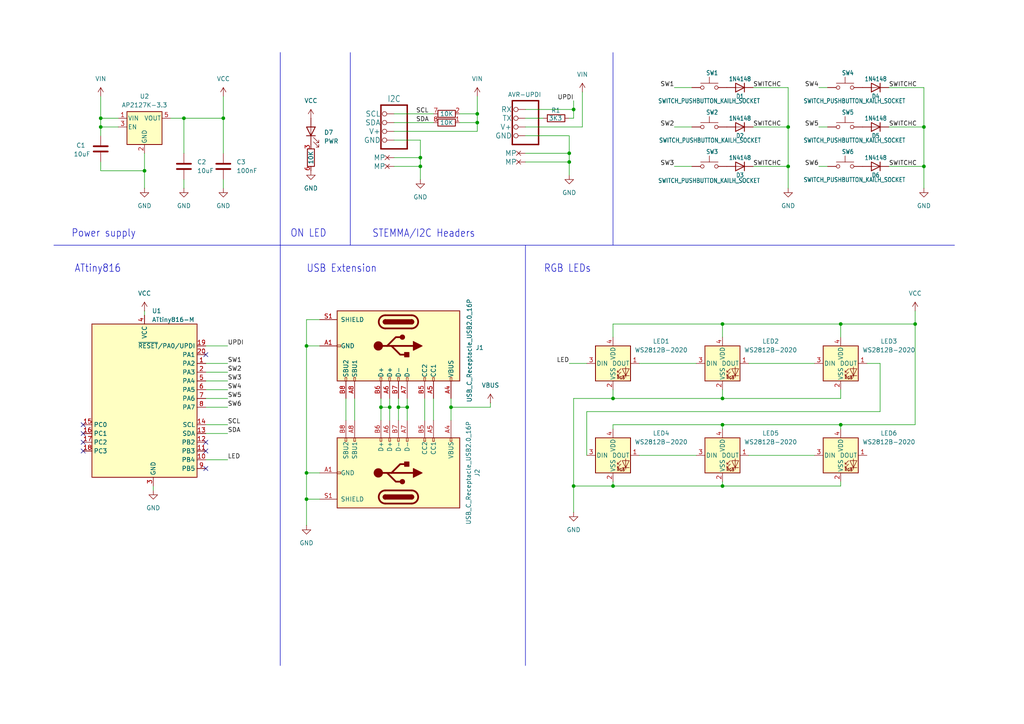
<source format=kicad_sch>
(kicad_sch (version 20250114) (generator "eeschema") (generator_version "9.0")
  (paper "A4")
  (lib_symbols
    (symbol "Device:C" (pin_numbers (hide yes)) (pin_names (offset 0.254))
      (property "Reference" "C" (at 0.635 2.54 0))
      (property "Value" "C" (at 0.635 -2.54 0))
      (symbol "C_0_1"
        (polyline (pts (xy -2.032 0.762) (xy 2.032 0.762)) (stroke (width 0.508)))
        (polyline (pts (xy -2.032 -0.762) (xy 2.032 -0.762)) (stroke (width 0.508)))
      )
      (symbol "C_1_1"
        (pin passive line (at 0 3.81 270) (length 2.794) (name "~") (number "1"))
        (pin passive line (at 0 -3.81 90) (length 2.794) (name "~") (number "2"))
      )
    )
    (symbol "Device:LED" (pin_numbers (hide yes)) (pin_names (offset 1.016) (hide yes))
      (property "Reference" "D" (at 0 2.54 0))
      (property "Value" "LED" (at 0 -2.54 0))
      (symbol "LED_0_1"
        (polyline (pts (xy -3.048 -0.762) (xy -4.572 -2.286) (xy -3.81 -2.286) (xy -4.572 -2.286) (xy -4.572 -1.524)))
        (polyline (pts (xy -1.778 -0.762) (xy -3.302 -2.286) (xy -2.54 -2.286) (xy -3.302 -2.286) (xy -3.302 -1.524)))
        (polyline (pts (xy -1.27 0) (xy 1.27 0)))
        (polyline (pts (xy -1.27 -1.27) (xy -1.27 1.27)) (stroke (width 0.254)))
        (polyline (pts (xy 1.27 -1.27) (xy 1.27 1.27) (xy -1.27 0) (xy 1.27 -1.27)) (stroke (width 0.254)))
      )
      (symbol "LED_1_1"
        (pin passive line (at -3.81 0 0) (length 2.54) (name "K") (number "1"))
        (pin passive line (at 3.81 0 180) (length 2.54) (name "A") (number "2"))
      )
    )
    (symbol "Device:R" (pin_numbers (hide yes)) (pin_names (offset 0))
      (property "Reference" "R" (at 2.032 0 90))
      (property "Value" "R" (at 0 0 90))
      (symbol "R_0_1"
        (rectangle (start -1.016 -2.54) (end 1.016 2.54) (stroke (width 0.254)))
      )
      (symbol "R_1_1"
        (pin passive line (at 0 3.81 270) (length 1.27) (name "~") (number "1"))
        (pin passive line (at 0 -3.81 90) (length 1.27) (name "~") (number "2"))
      )
    )
    (symbol "Device:R_Pack04_Split" (pin_names (offset 0) (hide yes))
      (property "Reference" "RN" (at 2.032 0 90))
      (property "Value" "R_Pack04_Split" (at 0 0 90))
      (symbol "R_Pack04_Split_0_1"
        (rectangle (start 1.016 2.54) (end -1.016 -2.54) (stroke (width 0.254)))
      )
      (symbol "R_Pack04_Split_1_1"
        (pin passive line (at 0 3.81 270) (length 1.27) (name "R1.2") (number "8"))
        (pin passive line (at 0 -3.81 90) (length 1.27) (name "R1.1") (number "1"))
      )
      (symbol "R_Pack04_Split_2_1"
        (pin passive line (at 0 3.81 270) (length 1.27) (name "R2.2") (number "7"))
        (pin passive line (at 0 -3.81 90) (length 1.27) (name "R2.1") (number "2"))
      )
      (symbol "R_Pack04_Split_3_1"
        (pin passive line (at 0 3.81 270) (length 1.27) (name "R3.2") (number "6"))
        (pin passive line (at 0 -3.81 90) (length 1.27) (name "R3.1") (number "3"))
      )
      (symbol "R_Pack04_Split_4_1"
        (pin passive line (at 0 3.81 270) (length 1.27) (name "R4.2") (number "5"))
        (pin passive line (at 0 -3.81 90) (length 1.27) (name "R4.1") (number "4"))
      )
    )
    (symbol "Diode:1N4148WS" (pin_numbers (hide yes)) (pin_names (hide yes))
      (property "Reference" "D" (at 0 2.54 0))
      (property "Value" "1N4148WS" (at 0 -2.54 0))
      (symbol "1N4148WS_0_1"
        (polyline (pts (xy -1.27 1.27) (xy -1.27 -1.27)) (stroke (width 0.254)))
        (polyline (pts (xy 1.27 1.27) (xy 1.27 -1.27) (xy -1.27 0) (xy 1.27 1.27)) (stroke (width 0.254)))
        (polyline (pts (xy 1.27 0) (xy -1.27 0)))
      )
      (symbol "1N4148WS_1_1"
        (pin passive line (at -3.81 0 0) (length 2.54) (name "K") (number "1"))
        (pin passive line (at 3.81 0 180) (length 2.54) (name "A") (number "2"))
      )
    )
    (symbol "LED:WS2812B-2020" (pin_names (offset 0.254))
      (property "Reference" "D" (at 5.08 5.715 0))
      (property "Value" "WS2812B-2020" (at 1.27 -5.715 0))
      (symbol "WS2812B-2020_0_0"
        (text "RGB" (at 2.286 -4.191 0) (effects (font (size 0.762 0.762))))
      )
      (symbol "WS2812B-2020_0_1"
        (polyline (pts (xy 1.27 -2.54) (xy 1.778 -2.54)))
        (polyline (pts (xy 1.27 -3.556) (xy 1.778 -3.556)))
        (polyline (pts (xy 2.286 -1.524) (xy 1.27 -2.54) (xy 1.27 -2.032)))
        (polyline (pts (xy 2.286 -2.54) (xy 1.27 -3.556) (xy 1.27 -3.048)))
        (polyline (pts (xy 3.683 -1.016) (xy 3.683 -3.556) (xy 3.683 -4.064)))
        (polyline (pts (xy 4.699 -1.524) (xy 2.667 -1.524) (xy 3.683 -3.556) (xy 4.699 -1.524)))
        (polyline (pts (xy 4.699 -3.556) (xy 2.667 -3.556)))
        (rectangle (start 5.08 5.08) (end -5.08 -5.08) (stroke (width 0.254)) (fill (type background)))
      )
      (symbol "WS2812B-2020_1_1"
        (pin input line (at -7.62 0 0) (length 2.54) (name "DIN") (number "3"))
        (pin power_in line (at 0 7.62 270) (length 2.54) (name "VDD") (number "4"))
        (pin power_in line (at 0 -7.62 90) (length 2.54) (name "VSS") (number "2"))
        (pin output line (at 7.62 0 180) (length 2.54) (name "DOUT") (number "1"))
      )
    )
    (symbol "Regulator_Linear:AP2127K-3.3" (pin_names (offset 0.254))
      (property "Reference" "U" (at -5.08 5.715 0))
      (property "Value" "AP2127K-3.3" (at 0 5.715 0))
      (symbol "AP2127K-3.3_0_1"
        (rectangle (start -5.08 4.445) (end 5.08 -5.08) (stroke (width 0.254)) (fill (type background)))
      )
      (symbol "AP2127K-3.3_1_1"
        (pin power_in line (at -7.62 2.54 0) (length 2.54) (name "VIN") (number "1"))
        (pin input line (at -7.62 0 0) (length 2.54) (name "EN") (number "3"))
        (pin power_in line (at 0 -7.62 90) (length 2.54) (name "GND") (number "2"))
        (pin no_connect line (at 5.08 0 180) (length 2.54) (hide yes) (name "NC") (number "4"))
        (pin power_out line (at 7.62 2.54 180) (length 2.54) (name "VOUT") (number "5"))
      )
    )
    (symbol "camelpad:ATtiny816-M"
      (property "Reference" "U" (at 2.286 22.098 0))
      (property "Value" "ATtiny816-M" (at 15.494 -24.384 0))
      (symbol "ATtiny816-M_0_1"
        (rectangle (start -15.24 21.59) (end 15.24 -22.86) (stroke (width 0.254)) (fill (type background)))
      )
      (symbol "ATtiny816-M_1_1"
        (pin bidirectional line (at -17.78 -7.62 0) (length 2.54) (name "PC0") (number "15"))
        (pin bidirectional line (at -17.78 -10.16 0) (length 2.54) (name "PC1") (number "16"))
        (pin bidirectional line (at -17.78 -12.7 0) (length 2.54) (name "PC2") (number "17"))
        (pin bidirectional line (at -17.78 -15.24 0) (length 2.54) (name "PC3") (number "18"))
        (pin passive line (at -2.54 -25.4 90) (length 2.54) (hide yes) (name "GND") (number "21"))
        (pin power_in line (at 0 24.13 270) (length 2.54) (name "VCC") (number "4"))
        (pin power_in line (at 2.54 -25.4 90) (length 2.54) (name "GND") (number "3"))
        (pin bidirectional line (at 17.78 15.24 180) (length 2.54) (name "~{RESET}/PA0/UPDI") (number "19"))
        (pin bidirectional line (at 17.78 12.7 180) (length 2.54) (name "PA1") (number "20") (alternate "SDA" bidirectional line))
        (pin bidirectional line (at 17.78 10.16 180) (length 2.54) (name "PA2") (number "1") (alternate "SCL" bidirectional line))
        (pin bidirectional line (at 17.78 7.62 180) (length 2.54) (name "PA3") (number "2"))
        (pin bidirectional line (at 17.78 5.08 180) (length 2.54) (name "PA4") (number "5"))
        (pin bidirectional line (at 17.78 2.54 180) (length 2.54) (name "PA5") (number "6"))
        (pin bidirectional line (at 17.78 0 180) (length 2.54) (name "PA6") (number "7"))
        (pin bidirectional line (at 17.78 -2.54 180) (length 2.54) (name "PA7") (number "8"))
        (pin bidirectional line (at 17.78 -7.62 180) (length 2.54) (name "PB0") (number "14") (alternate "SCL" output line))
        (pin bidirectional line (at 17.78 -10.16 180) (length 2.54) (name "PB1") (number "13") (alternate "SDA" bidirectional line))
        (pin bidirectional line (at 17.78 -12.7 180) (length 2.54) (name "PB2") (number "12"))
        (pin bidirectional line (at 17.78 -15.24 180) (length 2.54) (name "PB3") (number "11"))
        (pin bidirectional line (at 17.78 -17.78 180) (length 2.54) (name "PB4") (number "10"))
        (pin bidirectional line (at 17.78 -20.32 180) (length 2.54) (name "PB5") (number "9"))
      )
    )
    (symbol "camelpad:STEMMA_I2C_JST_SH_4P"
      (symbol "STEMMA_I2C_JST_SH_4P_1_0"
        (polyline (pts (xy -3.81 7.62) (xy -3.81 -5.08)) (stroke (width 0.4064)))
        (polyline (pts (xy -3.81 -5.08) (xy 3.81 -5.08)) (stroke (width 0.4064)))
        (polyline (pts (xy 3.81 7.62) (xy -3.81 7.62)) (stroke (width 0.4064)))
        (polyline (pts (xy 3.81 -5.08) (xy 3.81 7.62)) (stroke (width 0.4064)))
        (pin passive non_logic (at 0 12.7 0) (length 2) (name "MP") (number "5"))
        (pin passive non_logic (at 0 10.16 0) (length 2) (name "MP") (number "6"))
        (pin power_in inverted (at 0 5.08 0) (length 3.4) (name "GND") (number "1"))
        (pin power_in inverted (at 0 2.54 0) (length 3.4) (name "V+") (number "2"))
        (pin bidirectional inverted (at 0 0 0) (length 3.4) (name "SDA") (number "3"))
        (pin bidirectional inverted (at 0 -2.54 0) (length 3.4) (name "SCL") (number "4"))
      )
    )
    (symbol "camelpad:SW_Push" (pin_numbers (hide yes)) (pin_names (offset 1.016) (hide yes))
      (property "Reference" "SW" (at 1.27 2.54 0))
      (property "Value" "SW_Push" (at 0 -1.524 0))
      (symbol "SW_Push_0_1"
        (circle (center -2.032 0) (radius 0.508))
        (polyline (pts (xy 0 1.27) (xy 0 3.048)))
        (circle (center 2.032 0) (radius 0.508))
        (polyline (pts (xy 2.54 1.27) (xy -2.54 1.27)))
        (pin passive line (at -5.08 0 0) (length 2.54) (name "1") (number "1"))
        (pin passive line (at 5.08 0 180) (length 2.54) (name "2") (number "2"))
      )
    )
    (symbol "camelpad:UPDI_JST_SH_4P"
      (symbol "UPDI_JST_SH_4P_1_0"
        (polyline (pts (xy -3.81 2.54) (xy -3.81 -10.16)) (stroke (width 0.4064)))
        (polyline (pts (xy -3.81 -10.16) (xy 3.81 -10.16)) (stroke (width 0.4064)))
        (polyline (pts (xy 3.81 2.54) (xy -3.81 2.54)) (stroke (width 0.4064)))
        (polyline (pts (xy 3.81 -10.16) (xy 3.81 2.54)) (stroke (width 0.4064)))
        (pin passive non_logic (at 0 7.62 0) (length 2) (name "MP") (number "5"))
        (pin passive non_logic (at 0 5.08 0) (length 2) (name "MP") (number "6"))
        (pin power_in inverted (at 0 0 0) (length 3.4) (name "GND") (number "1"))
        (pin power_in inverted (at 0 -2.54 0) (length 3.4) (name "V+") (number "2"))
        (pin input inverted (at 0 -5.08 0) (length 3.4) (name "TX") (number "3"))
        (pin output inverted (at 0 -7.62 0) (length 3.4) (name "RX") (number "4"))
      )
    )
    (symbol "camelpad:USB_C_Receptacle_USB2.0_16P" (pin_names (offset 1.016))
      (property "Reference" "J" (at 0 22.225 0))
      (property "Value" "USB_C_Receptacle_USB2.0_16P" (at 0 19.685 0))
      (symbol "USB_C_Receptacle_USB2.0_16P_0_0"
        (rectangle (start -0.254 -17.78) (end 0.254 -16.764))
        (rectangle (start 10.16 15.494) (end 9.144 14.986))
        (rectangle (start 10.16 10.414) (end 9.144 9.906))
        (rectangle (start 10.16 7.874) (end 9.144 7.366))
        (rectangle (start 10.16 2.794) (end 9.144 2.286))
        (rectangle (start 10.16 0.254) (end 9.144 -0.254))
        (rectangle (start 10.16 -2.286) (end 9.144 -2.794))
        (rectangle (start 10.16 -4.826) (end 9.144 -5.334))
        (rectangle (start 10.16 -12.446) (end 9.144 -12.954))
        (rectangle (start 10.16 -14.986) (end 9.144 -15.494))
      )
      (symbol "USB_C_Receptacle_USB2.0_16P_0_1"
        (rectangle (start -10.16 17.78) (end 10.16 -17.78) (stroke (width 0.254)) (fill (type background)))
        (polyline (pts (xy -8.89 -3.81) (xy -8.89 3.81)) (stroke (width 0.508)))
        (rectangle (start -7.62 -3.81) (end -6.35 3.81) (stroke (width 0.254)) (fill (type outline)))
        (arc (start -7.62 3.81) (mid -6.985 4.4423) (end -6.35 3.81) (stroke (width 0.254)))
        (arc (start -7.62 3.81) (mid -6.985 4.4423) (end -6.35 3.81) (stroke (width 0.254)) (fill (type outline)))
        (arc (start -8.89 3.81) (mid -6.985 5.7067) (end -5.08 3.81) (stroke (width 0.508)))
        (arc (start -5.08 -3.81) (mid -6.985 -5.7067) (end -8.89 -3.81) (stroke (width 0.508)))
        (arc (start -6.35 -3.81) (mid -6.985 -4.4423) (end -7.62 -3.81) (stroke (width 0.254)))
        (arc (start -6.35 -3.81) (mid -6.985 -4.4423) (end -7.62 -3.81) (stroke (width 0.254)) (fill (type outline)))
        (polyline (pts (xy -5.08 3.81) (xy -5.08 -3.81)) (stroke (width 0.508)))
        (circle (center -2.54 1.143) (radius 0.635) (stroke (width 0.254)) (fill (type outline)))
        (polyline (pts (xy -1.27 4.318) (xy 0 6.858) (xy 1.27 4.318) (xy -1.27 4.318)) (stroke (width 0.254)) (fill (type outline)))
        (polyline (pts (xy 0 -2.032) (xy 2.54 0.508) (xy 2.54 1.778)) (stroke (width 0.508)))
        (polyline (pts (xy 0 -3.302) (xy -2.54 -0.762) (xy -2.54 0.508)) (stroke (width 0.508)))
        (polyline (pts (xy 0 -5.842) (xy 0 4.318)) (stroke (width 0.508)))
        (circle (center 0 -5.842) (radius 1.27) (fill (type outline)))
        (rectangle (start 1.905 1.778) (end 3.175 3.048) (stroke (width 0.254)) (fill (type outline)))
      )
      (symbol "USB_C_Receptacle_USB2.0_16P_1_1"
        (pin passive line (at -7.62 -22.86 90) (length 5.08) (name "SHIELD") (number "S1"))
        (pin passive line (at 0 -22.86 90) (length 5.08) (name "GND") (number "A1"))
        (pin passive line (at 0 -22.86 90) (length 5.08) (hide yes) (name "GND") (number "A12"))
        (pin passive line (at 0 -22.86 90) (length 5.08) (hide yes) (name "GND") (number "B1"))
        (pin passive line (at 0 -22.86 90) (length 5.08) (hide yes) (name "GND") (number "B12"))
        (pin passive line (at 15.24 15.24 180) (length 5.08) (name "VBUS") (number "A4"))
        (pin passive line (at 15.24 15.24 180) (length 5.08) (hide yes) (name "VBUS") (number "A9"))
        (pin passive line (at 15.24 15.24 180) (length 5.08) (hide yes) (name "VBUS") (number "B4"))
        (pin passive line (at 15.24 15.24 180) (length 5.08) (hide yes) (name "VBUS") (number "B9"))
        (pin bidirectional line (at 15.24 10.16 180) (length 5.08) (name "CC1") (number "A5"))
        (pin bidirectional line (at 15.24 7.62 180) (length 5.08) (name "CC2") (number "B5"))
        (pin bidirectional line (at 15.24 2.54 180) (length 5.08) (name "D-") (number "A7"))
        (pin bidirectional line (at 15.24 0 180) (length 5.08) (name "D-") (number "B7"))
        (pin bidirectional line (at 15.24 -2.54 180) (length 5.08) (name "D+") (number "A6"))
        (pin bidirectional line (at 15.24 -5.08 180) (length 5.08) (name "D+") (number "B6"))
        (pin bidirectional line (at 15.24 -12.7 180) (length 5.08) (name "SBU1") (number "A8"))
        (pin bidirectional line (at 15.24 -15.24 180) (length 5.08) (name "SBU2") (number "B8"))
      )
    )
    (symbol "power:+3.3V" (power) (pin_numbers (hide yes)) (pin_names (offset 0) (hide yes))
      (property "Value" "+3.3V" (at 0 3.556 0))
      (symbol "+3.3V_0_1"
        (polyline (pts (xy -0.762 1.27) (xy 0 2.54)))
        (polyline (pts (xy 0 2.54) (xy 0.762 1.27)))
        (polyline (pts (xy 0 0) (xy 0 2.54)))
      )
      (symbol "+3.3V_1_1"
        (pin power_in line (at 0 0 90) (length 0) (name "~") (number "1"))
      )
    )
    (symbol "power:GND" (power) (pin_numbers (hide yes)) (pin_names (offset 0) (hide yes))
      (property "Value" "GND" (at 0 -3.81 0))
      (symbol "GND_0_1"
        (polyline (pts (xy 0 0) (xy 0 -1.27) (xy 1.27 -1.27) (xy 0 -2.54) (xy -1.27 -1.27) (xy 0 -1.27)))
      )
      (symbol "GND_1_1"
        (pin power_in line (at 0 0 270) (length 0) (name "~") (number "1"))
      )
    )
    (symbol "power:VBUS" (power) (pin_numbers (hide yes)) (pin_names (offset 0) (hide yes))
      (property "Value" "VBUS" (at 0 3.556 0))
      (symbol "VBUS_0_1"
        (polyline (pts (xy -0.762 1.27) (xy 0 2.54)))
        (polyline (pts (xy 0 2.54) (xy 0.762 1.27)))
        (polyline (pts (xy 0 0) (xy 0 2.54)))
      )
      (symbol "VBUS_1_1"
        (pin power_in line (at 0 0 90) (length 0) (name "~") (number "1"))
      )
    )
    (symbol "power:VCC" (power) (pin_numbers (hide yes)) (pin_names (offset 0) (hide yes))
      (property "Value" "VCC" (at 0 3.556 0))
      (symbol "VCC_0_1"
        (polyline (pts (xy -0.762 1.27) (xy 0 2.54)))
        (polyline (pts (xy 0 2.54) (xy 0.762 1.27)))
        (polyline (pts (xy 0 0) (xy 0 2.54)))
      )
      (symbol "VCC_1_1"
        (pin power_in line (at 0 0 90) (length 0) (name "~") (number "1"))
      )
    )
  )
  (text "STEMMA/I2C Headers" (at 107.95 69.088 0) (effects (font (size 2.1844 1.8567)) (justify left bottom)))
  (text "Power supply" (at 20.6964 69.0354 0) (effects (font (size 2.1844 1.8567)) (justify left bottom)))
  (text "ON LED" (at 84.1964 69.0354 0) (effects (font (size 2.1844 1.8567)) (justify left bottom)))
  (text "RGB LEDs" (at 157.734 79.248 0) (effects (font (size 2.1844 1.8567)) (justify left bottom)))
  (text "USB Extension" (at 88.9 79.248 0) (effects (font (size 2.1844 1.8567)) (justify left bottom)))
  (text "ATtiny816" (at 21.59 79.248 0) (effects (font (size 2.1844 1.8567)) (justify left bottom)))
  (junction (at 177.8 115.57))
  (junction (at 166.37 140.97))
  (junction (at 64.77 34.29))
  (junction (at 29.21 34.29))
  (junction (at 209.55 115.57))
  (junction (at 209.55 140.97))
  (junction (at 29.21 36.83))
  (junction (at 177.8 140.97))
  (junction (at 243.84 123.19))
  (junction (at 118.11 118.11))
  (junction (at 121.92 48.26))
  (junction (at 115.57 118.11))
  (junction (at 138.43 35.56))
  (junction (at 166.37 31.75))
  (junction (at 209.55 93.98))
  (junction (at 88.9 137.16))
  (junction (at 121.92 45.72))
  (junction (at 228.6 48.26))
  (junction (at 41.91 49.53))
  (junction (at 243.84 93.98))
  (junction (at 88.9 144.78))
  (junction (at 165.1 46.99))
  (junction (at 267.97 48.26))
  (junction (at 209.55 123.19))
  (junction (at 113.03 118.11))
  (junction (at 110.49 118.11))
  (junction (at 138.43 33.02))
  (junction (at 265.43 93.98))
  (junction (at 267.97 36.83))
  (junction (at 53.34 34.29))
  (junction (at 130.81 118.11))
  (junction (at 228.6 36.83))
  (junction (at 88.9 100.33))
  (junction (at 165.1 44.45))
  (no_connect (at 59.69 128.27))
  (no_connect (at 59.69 135.89))
  (no_connect (at 59.69 102.87))
  (no_connect (at 24.13 125.73))
  (no_connect (at 24.13 123.19))
  (no_connect (at 24.13 130.81))
  (no_connect (at 24.13 128.27))
  (no_connect (at 59.69 130.81))
  (polyline (pts (xy 101.6 15.24) (xy 101.6 71.12)) (stroke (width 0.1524) (type solid)))
  (wire (pts (xy 209.55 113.03) (xy 209.55 115.57)))
  (wire (pts (xy 265.43 93.98) (xy 265.43 123.19)))
  (wire (pts (xy 115.57 118.11) (xy 115.57 121.92)))
  (wire (pts (xy 121.92 40.64) (xy 121.92 45.72)))
  (wire (pts (xy 152.4 36.83) (xy 168.91 36.83)))
  (wire (pts (xy 138.43 27.94) (xy 138.43 33.02)))
  (wire (pts (xy 118.11 115.57) (xy 118.11 118.11)))
  (wire (pts (xy 228.6 48.26) (xy 228.6 54.61)))
  (wire (pts (xy 113.03 118.11) (xy 113.03 121.92)))
  (wire (pts (xy 59.69 107.95) (xy 66.04 107.95)))
  (wire (pts (xy 59.69 105.41) (xy 66.04 105.41)))
  (wire (pts (xy 265.43 90.17) (xy 265.43 93.98)))
  (polyline (pts (xy 81.28 71.12) (xy 101.6 71.12)) (stroke (width 0.1524) (type solid)))
  (wire (pts (xy 152.4 39.37) (xy 165.1 39.37)))
  (wire (pts (xy 115.57 115.57) (xy 115.57 118.11)))
  (wire (pts (xy 237.49 48.26) (xy 240.03 48.26)))
  (wire (pts (xy 177.8 115.57) (xy 209.55 115.57)))
  (wire (pts (xy 125.73 115.57) (xy 125.73 121.92)))
  (wire (pts (xy 64.77 27.94) (xy 64.77 34.29)))
  (wire (pts (xy 59.69 113.03) (xy 66.04 113.03)))
  (wire (pts (xy 41.91 90.17) (xy 41.91 91.44)))
  (wire (pts (xy 209.55 140.97) (xy 243.84 140.97)))
  (wire (pts (xy 170.18 132.08) (xy 170.18 119.38)))
  (wire (pts (xy 138.43 35.56) (xy 138.43 38.1)))
  (wire (pts (xy 228.6 25.4) (xy 228.6 36.83)))
  (wire (pts (xy 64.77 44.45) (xy 64.77 34.29)))
  (wire (pts (xy 209.55 93.98) (xy 209.55 97.79)))
  (wire (pts (xy 165.1 39.37) (xy 165.1 44.45)))
  (polyline (pts (xy 101.6 71.12) (xy 276.86 71.12)) (stroke (width 0.1524) (type solid)))
  (wire (pts (xy 217.17 105.41) (xy 236.22 105.41)))
  (wire (pts (xy 257.81 36.83) (xy 267.97 36.83)))
  (wire (pts (xy 114.3 45.72) (xy 121.92 45.72)))
  (wire (pts (xy 185.42 105.41) (xy 201.93 105.41)))
  (wire (pts (xy 209.55 139.7) (xy 209.55 140.97)))
  (wire (pts (xy 237.49 36.83) (xy 240.03 36.83)))
  (wire (pts (xy 114.3 40.64) (xy 121.92 40.64)))
  (wire (pts (xy 64.77 52.07) (xy 64.77 54.61)))
  (wire (pts (xy 243.84 113.03) (xy 243.84 115.57)))
  (polyline (pts (xy 177.8 15.24) (xy 177.8 71.12)) (stroke (width 0.1524) (type solid)))
  (wire (pts (xy 257.81 25.4) (xy 267.97 25.4)))
  (polyline (pts (xy 81.2859 71.0946) (xy 81.28 193.04)) (stroke (width 0.1524) (type solid)))
  (wire (pts (xy 34.29 36.83) (xy 29.21 36.83)))
  (wire (pts (xy 195.58 25.4) (xy 200.66 25.4)))
  (wire (pts (xy 243.84 97.79) (xy 243.84 93.98)))
  (wire (pts (xy 53.34 34.29) (xy 53.34 44.45)))
  (wire (pts (xy 170.18 119.38) (xy 255.27 119.38)))
  (wire (pts (xy 255.27 119.38) (xy 255.27 105.41)))
  (wire (pts (xy 177.8 97.79) (xy 177.8 93.98)))
  (wire (pts (xy 165.1 46.99) (xy 165.1 50.8)))
  (wire (pts (xy 218.44 36.83) (xy 228.6 36.83)))
  (wire (pts (xy 88.9 144.78) (xy 92.71 144.78)))
  (wire (pts (xy 92.71 92.71) (xy 88.9 92.71)))
  (wire (pts (xy 265.43 123.19) (xy 243.84 123.19)))
  (wire (pts (xy 88.9 144.78) (xy 88.9 152.4)))
  (wire (pts (xy 59.69 115.57) (xy 66.04 115.57)))
  (wire (pts (xy 209.55 123.19) (xy 209.55 124.46)))
  (wire (pts (xy 152.4 34.29) (xy 157.48 34.29)))
  (wire (pts (xy 243.84 93.98) (xy 265.43 93.98)))
  (wire (pts (xy 267.97 25.4) (xy 267.97 36.83)))
  (wire (pts (xy 195.58 36.83) (xy 200.66 36.83)))
  (wire (pts (xy 138.43 38.1) (xy 114.3 38.1)))
  (wire (pts (xy 267.97 48.26) (xy 267.97 54.61)))
  (wire (pts (xy 113.03 115.57) (xy 113.03 118.11)))
  (wire (pts (xy 100.33 115.57) (xy 100.33 121.92)))
  (wire (pts (xy 121.92 48.26) (xy 121.92 52.07)))
  (wire (pts (xy 29.21 46.99) (xy 29.21 49.53)))
  (wire (pts (xy 152.4 31.75) (xy 166.37 31.75)))
  (wire (pts (xy 102.87 115.57) (xy 102.87 121.92)))
  (wire (pts (xy 88.9 137.16) (xy 92.71 137.16)))
  (wire (pts (xy 59.69 123.19) (xy 66.04 123.19)))
  (wire (pts (xy 53.34 52.07) (xy 53.34 54.61)))
  (wire (pts (xy 243.84 139.7) (xy 243.84 140.97)))
  (wire (pts (xy 166.37 31.75) (xy 166.37 34.29)))
  (wire (pts (xy 34.29 34.29) (xy 29.21 34.29)))
  (wire (pts (xy 29.21 27.94) (xy 29.21 34.29)))
  (wire (pts (xy 237.49 25.4) (xy 240.03 25.4)))
  (wire (pts (xy 166.37 29.21) (xy 166.37 31.75)))
  (wire (pts (xy 228.6 36.83) (xy 228.6 48.26)))
  (wire (pts (xy 59.69 100.33) (xy 66.04 100.33)))
  (wire (pts (xy 88.9 137.16) (xy 88.9 144.78)))
  (wire (pts (xy 166.37 140.97) (xy 166.37 148.59)))
  (wire (pts (xy 166.37 115.57) (xy 166.37 140.97)))
  (wire (pts (xy 168.91 26.67) (xy 168.91 36.83)))
  (wire (pts (xy 185.42 132.08) (xy 201.93 132.08)))
  (wire (pts (xy 49.53 34.29) (xy 53.34 34.29)))
  (wire (pts (xy 66.04 133.35) (xy 59.69 133.35)))
  (wire (pts (xy 41.91 49.53) (xy 41.91 54.61)))
  (wire (pts (xy 152.4 46.99) (xy 165.1 46.99)))
  (wire (pts (xy 165.1 44.45) (xy 165.1 46.99)))
  (wire (pts (xy 110.49 118.11) (xy 113.03 118.11)))
  (wire (pts (xy 114.3 35.56) (xy 125.73 35.56)))
  (wire (pts (xy 177.8 93.98) (xy 209.55 93.98)))
  (wire (pts (xy 243.84 93.98) (xy 209.55 93.98)))
  (wire (pts (xy 165.1 105.41) (xy 170.18 105.41)))
  (wire (pts (xy 115.57 118.11) (xy 118.11 118.11)))
  (wire (pts (xy 243.84 123.19) (xy 243.84 124.46)))
  (wire (pts (xy 29.21 34.29) (xy 29.21 36.83)))
  (wire (pts (xy 59.69 118.11) (xy 66.04 118.11)))
  (wire (pts (xy 64.77 34.29) (xy 53.34 34.29)))
  (wire (pts (xy 218.44 25.4) (xy 228.6 25.4)))
  (wire (pts (xy 133.35 33.02) (xy 138.43 33.02)))
  (wire (pts (xy 267.97 36.83) (xy 267.97 48.26)))
  (wire (pts (xy 165.1 34.29) (xy 166.37 34.29)))
  (wire (pts (xy 123.19 115.57) (xy 123.19 121.92)))
  (wire (pts (xy 138.43 33.02) (xy 138.43 35.56)))
  (wire (pts (xy 217.17 132.08) (xy 236.22 132.08)))
  (wire (pts (xy 177.8 113.03) (xy 177.8 115.57)))
  (wire (pts (xy 114.3 33.02) (xy 125.73 33.02)))
  (wire (pts (xy 177.8 123.19) (xy 209.55 123.19)))
  (wire (pts (xy 166.37 140.97) (xy 177.8 140.97)))
  (wire (pts (xy 195.58 48.26) (xy 200.66 48.26)))
  (wire (pts (xy 130.81 115.57) (xy 130.81 118.11)))
  (wire (pts (xy 218.44 48.26) (xy 228.6 48.26)))
  (wire (pts (xy 166.37 115.57) (xy 177.8 115.57)))
  (polyline (pts (xy 81.2859 15.2146) (xy 81.28 71.12)) (stroke (width 0.1524) (type solid)))
  (wire (pts (xy 110.49 115.57) (xy 110.49 118.11)))
  (wire (pts (xy 133.35 35.56) (xy 138.43 35.56)))
  (wire (pts (xy 177.8 140.97) (xy 209.55 140.97)))
  (wire (pts (xy 209.55 115.57) (xy 243.84 115.57)))
  (wire (pts (xy 88.9 100.33) (xy 92.71 100.33)))
  (wire (pts (xy 41.91 44.45) (xy 41.91 49.53)))
  (wire (pts (xy 88.9 100.33) (xy 88.9 137.16)))
  (wire (pts (xy 88.9 92.71) (xy 88.9 100.33)))
  (wire (pts (xy 130.81 118.11) (xy 130.81 121.92)))
  (wire (pts (xy 209.55 123.19) (xy 243.84 123.19)))
  (wire (pts (xy 59.69 110.49) (xy 66.04 110.49)))
  (wire (pts (xy 114.3 48.26) (xy 121.92 48.26)))
  (wire (pts (xy 257.81 48.26) (xy 267.97 48.26)))
  (wire (pts (xy 121.92 45.72) (xy 121.92 48.26)))
  (wire (pts (xy 152.4 44.45) (xy 165.1 44.45)))
  (wire (pts (xy 142.24 116.84) (xy 142.24 118.11)))
  (wire (pts (xy 118.11 118.11) (xy 118.11 121.92)))
  (wire (pts (xy 110.49 118.11) (xy 110.49 121.92)))
  (wire (pts (xy 44.45 140.97) (xy 44.45 142.24)))
  (wire (pts (xy 29.21 49.53) (xy 41.91 49.53)))
  (wire (pts (xy 177.8 139.7) (xy 177.8 140.97)))
  (polyline (pts (xy 152.4 71.12) (xy 152.4 193.04)) (stroke (width 0.1524) (type solid)))
  (wire (pts (xy 130.81 118.11) (xy 142.24 118.11)))
  (wire (pts (xy 255.27 105.41) (xy 251.46 105.41)))
  (wire (pts (xy 177.8 124.46) (xy 177.8 123.19)))
  (polyline (pts (xy 15.6164 71.12) (xy 81.28 71.12)) (stroke (width 0.1524) (type solid)))
  (wire (pts (xy 59.69 125.73) (xy 66.04 125.73)))
  (wire (pts (xy 29.21 36.83) (xy 29.21 39.37)))
  (label "SWITCHC" (at 257.81 36.83 0) (effects (font (size 1.2446 1.2446))))
  (label "SDA" (at 120.65 35.56 0))
  (label "SW2" (at 66.04 107.95 0))
  (label "SW6" (at 66.04 118.11 0))
  (label "SW3" (at 66.04 110.49 0))
  (label "LED" (at 165.1 105.41 180))
  (label "UPDI" (at 166.37 29.21 180))
  (label "SW1" (at 195.58 25.4 180))
  (label "SWITCHC" (at 218.44 48.26 0) (effects (font (size 1.2446 1.2446))))
  (label "LED" (at 66.04 133.35 0))
  (label "SW2" (at 195.58 36.83 180))
  (label "UPDI" (at 66.04 100.33 0))
  (label "SWITCHC" (at 257.81 25.4 0) (effects (font (size 1.2446 1.2446))))
  (label "SDA" (at 66.04 125.73 0))
  (label "SCL" (at 120.65 33.02 0))
  (label "SCL" (at 66.04 123.19 0))
  (label "SW4" (at 237.49 25.4 180))
  (label "SWITCHC" (at 257.81 48.26 0) (effects (font (size 1.2446 1.2446))))
  (label "SW5" (at 66.04 115.57 0))
  (label "SWITCHC" (at 218.44 25.4 0) (effects (font (size 1.2446 1.2446))))
  (label "SW5" (at 237.49 36.83 180))
  (label "SWITCHC" (at 218.44 36.83 0) (effects (font (size 1.2446 1.2446))))
  (label "SW4" (at 66.04 113.03 0))
  (label "SW1" (at 66.04 105.41 0))
  (label "SW6" (at 237.49 48.26 180))
  (label "SW3" (at 195.58 48.26 180))
  (symbol (lib_id "power:GND") (at 166.37 148.59 0) (unit 1)
    (property "Reference" "#PWR09" (effects (hide yes)))
    (property "Value" "GND" (at 166.37 153.67 0))
    (property "Description" "Power symbol creates a global label with name \"GND\" , ground" (effects (hide yes)))
  )
  (symbol (lib_id "power:+3.3V") (at 64.77 27.94 0) (unit 1)
    (property "Reference" "#PWR03" (effects (hide yes)))
    (property "Value" "VCC" (at 64.77 22.86 0))
    (property "Description" "Power symbol creates a global label with name \"+3.3V\"" (effects (hide yes)))
  )
  (symbol (lib_id "Device:R") (at 161.29 34.29 90) (unit 1)
    (property "Reference" "R1" (at 162.56 32.004 90) (effects (justify left)))
    (property "Value" "3K3" (at 163.068 34.29 90) (effects (justify left)))
    (property "Footprint" "camelpad:R_0402_1005Metric" (effects (hide yes)))
    (property "Description" "Resistor" (effects (hide yes)))
  )
  (symbol (lib_id "camelpad:SW_Push") (at 245.11 48.26 0) (mirror y) (unit 1) (in_bom no)
    (property "Reference" "SW6" (at 247.65 44.704 0) (effects (font (size 1.27 1.0795)) (justify left bottom)))
    (property "Value" "SWITCH_PUSHBUTTON_KAILH_SOCKET" (at 262.636 52.832 0) (effects (font (size 1.27 1.0795)) (justify left bottom)))
    (property "Footprint" "camelpad:KAILH_SOCKET" (effects (hide yes)))
    (property "Description" "Push button switch, generic, two pins" (effects (hide yes)))
  )
  (symbol (lib_id "power:GND") (at 165.1 50.8 0) (unit 1)
    (property "Reference" "#PWR019" (effects (hide yes)))
    (property "Value" "GND" (at 165.1 55.88 0))
    (property "Description" "Power symbol creates a global label with name \"GND\" , ground" (effects (hide yes)))
  )
  (symbol (lib_id "power:GND") (at 44.45 142.24 0) (unit 1)
    (property "Reference" "#PWR011" (effects (hide yes)))
    (property "Value" "GND" (at 44.45 147.32 0))
    (property "Description" "Power symbol creates a global label with name \"GND\" , ground" (effects (hide yes)))
  )
  (symbol (lib_id "power:GND") (at 121.92 52.07 0) (unit 1)
    (property "Reference" "#PWR01" (effects (hide yes)))
    (property "Value" "GND" (at 121.92 57.15 0))
    (property "Description" "Power symbol creates a global label with name \"GND\" , ground" (effects (hide yes)))
  )
  (symbol (lib_id "Device:C") (at 53.34 48.26 0) (unit 1)
    (property "Reference" "C2" (at 57.15 46.9899 0) (effects (justify left)))
    (property "Value" "10uF" (at 57.15 49.5299 0) (effects (justify left)))
    (property "Footprint" "Capacitor_SMD:C_0603_1608Metric" (effects (hide yes)))
    (property "Description" "Unpolarized capacitor" (effects (hide yes)))
  )
  (symbol (lib_id "Diode:1N4148WS") (at 214.63 36.83 180) (unit 1)
    (property "Reference" "D2" (at 214.63 39.37 0) (effects (font (size 1.27 1.0795))))
    (property "Value" "1N4148" (at 214.63 34.33 0) (effects (font (size 1.27 1.0795))))
    (property "Footprint" "Diode_SMD:D_SOD-323" (effects (hide yes)))
    (property "Datasheet" "https://www.vishay.com/docs/85751/1n4148ws.pdf" (effects (hide yes)))
    (property "Description" "75V 0.15A Fast switching Diode, SOD-323" (effects (hide yes)))
    (property "Sim.Device" "D" (effects (hide yes)))
    (property "Sim.Pins" "1=K 2=A" (effects (hide yes)))
  )
  (symbol (lib_id "LED:WS2812B-2020") (at 243.84 105.41 0) (unit 1)
    (property "Reference" "LED3" (at 257.81 98.9898 0))
    (property "Value" "WS2812B-2020" (at 257.81 101.5298 0))
    (property "Footprint" "camelpad:LED-SMD_4P-L2.0-W2.0-TL_WS2812B-2020" (effects (hide yes)))
    (property "Datasheet" "https://cdn-shop.adafruit.com/product-files/4684/4684_WS2812B-2020_V1.3_EN.pdf" (effects (hide yes)))
    (property "Description" "RGB LED with integrated controller, 2.0 x 2.0 mm, 12 mA" (effects (hide yes)))
  )
  (symbol (lib_id "power:GND") (at 267.97 54.61 0) (unit 1)
    (property "Reference" "#PWR013" (effects (hide yes)))
    (property "Value" "GND" (at 267.97 59.69 0))
    (property "Description" "Power symbol creates a global label with name \"GND\" , ground" (effects (hide yes)))
  )
  (symbol (lib_id "Device:LED") (at 90.17 38.1 90) (unit 1)
    (property "Reference" "D7" (at 93.98 38.4174 90) (effects (justify right)))
    (property "Value" "PWR" (at 93.98 40.9574 90) (effects (justify right)))
    (property "Footprint" "LED_SMD:LED_0402_1005Metric" (effects (hide yes)))
    (property "Description" "Light emitting diode" (effects (hide yes)))
    (property "Sim.Pins" "1=K 2=A" (effects (hide yes)))
  )
  (symbol (lib_id "power:+3.3V") (at 90.17 34.29 0) (unit 1)
    (property "Reference" "#PWR014" (effects (hide yes)))
    (property "Value" "VCC" (at 90.17 29.21 0))
    (property "Description" "Power symbol creates a global label with name \"+3.3V\"" (effects (hide yes)))
  )
  (symbol (lib_id "power:GND") (at 90.17 49.53 0) (unit 1)
    (property "Reference" "#PWR015" (effects (hide yes)))
    (property "Value" "GND" (at 90.17 54.61 0))
    (property "Description" "Power symbol creates a global label with name \"GND\" , ground" (effects (hide yes)))
  )
  (symbol (lib_id "Device:C") (at 29.21 43.18 180) (unit 1)
    (property "Reference" "C1" (at 22.098 42.164 0) (effects (justify right)))
    (property "Value" "10uF" (at 21.336 44.704 0) (effects (justify right)))
    (property "Footprint" "Capacitor_SMD:C_0603_1608Metric" (effects (hide yes)))
    (property "Description" "Unpolarized capacitor" (effects (hide yes)))
  )
  (symbol (lib_id "power:+3.3V") (at 168.91 26.67 0) (unit 1)
    (property "Reference" "#PWR018" (effects (hide yes)))
    (property "Value" "VIN" (at 168.91 21.59 0))
    (property "Description" "Power symbol creates a global label with name \"+3.3V\"" (effects (hide yes)))
  )
  (symbol (lib_id "Diode:1N4148WS") (at 214.63 48.26 180) (unit 1)
    (property "Reference" "D3" (at 214.63 50.8 0) (effects (font (size 1.27 1.0795))))
    (property "Value" "1N4148" (at 214.63 45.76 0) (effects (font (size 1.27 1.0795))))
    (property "Footprint" "Diode_SMD:D_SOD-323" (effects (hide yes)))
    (property "Datasheet" "https://www.vishay.com/docs/85751/1n4148ws.pdf" (effects (hide yes)))
    (property "Description" "75V 0.15A Fast switching Diode, SOD-323" (effects (hide yes)))
    (property "Sim.Device" "D" (effects (hide yes)))
    (property "Sim.Pins" "1=K 2=A" (effects (hide yes)))
  )
  (symbol (lib_id "power:GND") (at 64.77 54.61 0) (unit 1)
    (property "Reference" "#PWR06" (effects (hide yes)))
    (property "Value" "GND" (at 64.77 59.69 0))
    (property "Description" "Power symbol creates a global label with name \"GND\" , ground" (effects (hide yes)))
  )
  (symbol (lib_id "Diode:1N4148WS") (at 214.63 25.4 180) (unit 1)
    (property "Reference" "D1" (at 214.63 27.94 0) (effects (font (size 1.27 1.0795))))
    (property "Value" "1N4148" (at 214.63 22.9 0) (effects (font (size 1.27 1.0795))))
    (property "Footprint" "Diode_SMD:D_SOD-323" (effects (hide yes)))
    (property "Datasheet" "https://www.vishay.com/docs/85751/1n4148ws.pdf" (effects (hide yes)))
    (property "Description" "75V 0.15A Fast switching Diode, SOD-323" (effects (hide yes)))
    (property "Sim.Device" "D" (effects (hide yes)))
    (property "Sim.Pins" "1=K 2=A" (effects (hide yes)))
  )
  (symbol (lib_id "LED:WS2812B-2020") (at 177.8 132.08 0) (unit 1)
    (property "Reference" "LED4" (at 191.77 125.6598 0))
    (property "Value" "WS2812B-2020" (at 191.77 128.1998 0))
    (property "Footprint" "camelpad:LED-SMD_4P-L2.0-W2.0-TL_WS2812B-2020" (effects (hide yes)))
    (property "Datasheet" "https://cdn-shop.adafruit.com/product-files/4684/4684_WS2812B-2020_V1.3_EN.pdf" (effects (hide yes)))
    (property "Description" "RGB LED with integrated controller, 2.0 x 2.0 mm, 12 mA" (effects (hide yes)))
  )
  (symbol (lib_id "LED:WS2812B-2020") (at 177.8 105.41 0) (unit 1)
    (property "Reference" "LED1" (at 191.77 98.9898 0))
    (property "Value" "WS2812B-2020" (at 191.77 101.5298 0))
    (property "Footprint" "camelpad:LED-SMD_4P-L2.0-W2.0-TL_WS2812B-2020" (effects (hide yes)))
    (property "Datasheet" "https://cdn-shop.adafruit.com/product-files/4684/4684_WS2812B-2020_V1.3_EN.pdf" (effects (hide yes)))
    (property "Description" "RGB LED with integrated controller, 2.0 x 2.0 mm, 12 mA" (effects (hide yes)))
  )
  (symbol (lib_id "camelpad:USB_C_Receptacle_USB2.0_16P") (at 115.57 137.16 270) (mirror x) (unit 1)
    (property "Reference" "J2" (at 138.43 137.16 0))
    (property "Value" "USB_C_Receptacle_USB2.0_16P" (at 135.89 137.16 0))
    (property "Footprint" "camelpad:USB-C-SMD_GT-USB-7055E" (effects (hide yes)))
    (property "Datasheet" "https://www.usb.org/sites/default/files/documents/usb_type-c.zip" (effects (hide yes)))
    (property "Description" "USB 2.0-only 16P Type-C Receptacle connector" (effects (hide yes)))
  )
  (symbol (lib_id "power:VBUS") (at 142.24 116.84 0) (unit 1)
    (property "Reference" "#PWR017" (effects (hide yes)))
    (property "Value" "VBUS" (at 142.24 111.76 0))
    (property "Description" "Power symbol creates a global label with name \"VBUS\"" (effects (hide yes)))
  )
  (symbol (lib_id "camelpad:STEMMA_I2C_JST_SH_4P") (at 114.3 35.56 180) (unit 1)
    (property "Reference" "I2C1" (effects (hide yes)))
    (property "Value" "I2C" (at 114.3 27.686 0) (effects (font (size 1.778 1.5113)) (justify bottom)))
    (property "Footprint" "camelpad:JST_SH_BM04B-SRSS-TB_1x04-1MP_P1.00mm_Vertical" (effects (hide yes)))
  )
  (symbol (lib_id "camelpad:SW_Push") (at 205.74 25.4 0) (mirror y) (unit 1) (in_bom no)
    (property "Reference" "SW1" (at 208.28 21.844 0) (effects (font (size 1.27 1.0795)) (justify left bottom)))
    (property "Value" "SWITCH_PUSHBUTTON_KAILH_SOCKET" (at 220.472 29.972 0) (effects (font (size 1.27 1.0795)) (justify left bottom)))
    (property "Footprint" "camelpad:KAILH_SOCKET" (effects (hide yes)))
    (property "Description" "Push button switch, generic, two pins" (effects (hide yes)))
  )
  (symbol (lib_id "Diode:1N4148WS") (at 254 36.83 180) (unit 1)
    (property "Reference" "D5" (at 254 39.37 0) (effects (font (size 1.27 1.0795))))
    (property "Value" "1N4148" (at 254 34.33 0) (effects (font (size 1.27 1.0795))))
    (property "Footprint" "Diode_SMD:D_SOD-323" (effects (hide yes)))
    (property "Datasheet" "https://www.vishay.com/docs/85751/1n4148ws.pdf" (effects (hide yes)))
    (property "Description" "75V 0.15A Fast switching Diode, SOD-323" (effects (hide yes)))
    (property "Sim.Device" "D" (effects (hide yes)))
    (property "Sim.Pins" "1=K 2=A" (effects (hide yes)))
  )
  (symbol (lib_id "camelpad:USB_C_Receptacle_USB2.0_16P") (at 115.57 100.33 270) (unit 1)
    (property "Reference" "J1" (at 137.922 100.838 90) (effects (justify left)))
    (property "Value" "USB_C_Receptacle_USB2.0_16P" (at 136.144 86.614 0) (effects (justify left)))
    (property "Footprint" "camelpad:USB_C_Receptacle_Palconn_UTC16-G" (effects (hide yes)))
    (property "Datasheet" "https://www.usb.org/sites/default/files/documents/usb_type-c.zip" (effects (hide yes)))
    (property "Description" "USB 2.0-only 16P Type-C Receptacle connector" (effects (hide yes)))
  )
  (symbol (lib_id "camelpad:UPDI_JST_SH_4P") (at 152.4 39.37 180) (unit 1)
    (property "Reference" "UPDI1" (effects (hide yes)))
    (property "Value" "AVR-UPDI" (at 152.146 27.432 0))
    (property "Footprint" "camelpad:JST_SH_BM04B-SRSS-TB_1x04-1MP_P1.00mm_Vertical" (effects (hide yes)))
    (property "Datasheet" "https://www.microchip.com/webdoc/GUID-9D10622A-5C16-4405-B092-1BDD437B4976/index.html?GUID-9B349315-2842-4189-B88C-49F4E1055D7F" (effects (hide yes)))
    (property "Description" "Atmel 6-pin UPDI connector" (effects (hide yes)))
  )
  (symbol (lib_id "power:GND") (at 53.34 54.61 0) (unit 1)
    (property "Reference" "#PWR05" (effects (hide yes)))
    (property "Value" "GND" (at 53.34 59.69 0))
    (property "Description" "Power symbol creates a global label with name \"GND\" , ground" (effects (hide yes)))
  )
  (symbol (lib_id "Diode:1N4148WS") (at 254 48.26 180) (unit 1)
    (property "Reference" "D6" (at 254 50.8 0) (effects (font (size 1.27 1.0795))))
    (property "Value" "1N4148" (at 254 45.76 0) (effects (font (size 1.27 1.0795))))
    (property "Footprint" "Diode_SMD:D_SOD-323" (effects (hide yes)))
    (property "Datasheet" "https://www.vishay.com/docs/85751/1n4148ws.pdf" (effects (hide yes)))
    (property "Description" "75V 0.15A Fast switching Diode, SOD-323" (effects (hide yes)))
    (property "Sim.Device" "D" (effects (hide yes)))
    (property "Sim.Pins" "1=K 2=A" (effects (hide yes)))
  )
  (symbol (lib_id "power:+3.3V") (at 265.43 90.17 0) (unit 1)
    (property "Reference" "#PWR08" (effects (hide yes)))
    (property "Value" "VCC" (at 265.43 85.09 0))
    (property "Description" "Power symbol creates a global label with name \"+3.3V\"" (effects (hide yes)))
  )
  (symbol (lib_id "camelpad:ATtiny816-M") (at 41.91 115.57 0) (unit 1)
    (property "Reference" "U1" (at 44.0533 90.17 0) (effects (justify left)))
    (property "Value" "ATtiny816-M" (at 44.0533 92.71 0) (effects (justify left)))
    (property "Footprint" "camelpad:VQFN-20-1EP_3x3mm_P0.4mm_EP1.7x1.7mm" (effects (hide yes)))
    (property "Datasheet" "http://ww1.microchip.com/downloads/en/DeviceDoc/40001913A.pdf" (effects (hide yes)))
    (property "Description" "20MHz, 8kB Flash, 512B SRAM, 128B EEPROM, VQFN-20" (effects (hide yes)))
    (pin "14" (alternate "SCL"))
    (pin "13" (alternate "SDA"))
  )
  (symbol (lib_id "Device:C") (at 64.77 48.26 0) (unit 1)
    (property "Reference" "C3" (at 68.58 46.9899 0) (effects (justify left)))
    (property "Value" "100nF" (at 68.58 49.5299 0) (effects (justify left)))
    (property "Footprint" "Capacitor_SMD:C_0603_1608Metric" (effects (hide yes)))
    (property "Description" "Unpolarized capacitor" (effects (hide yes)))
  )
  (symbol (lib_id "Regulator_Linear:AP2127K-3.3") (at 41.91 36.83 0) (unit 1)
    (property "Reference" "U2" (at 41.91 27.94 0))
    (property "Value" "AP2127K-3.3" (at 41.91 30.48 0))
    (property "Footprint" "Package_TO_SOT_SMD:SOT-23-5" (effects (hide yes)))
    (property "Datasheet" "https://www.diodes.com/assets/Datasheets/AP2127.pdf" (effects (hide yes)))
    (property "Description" "300mA low dropout linear regulator, shutdown pin, 2.5V-6V input voltage, 3.3V fixed positive output, SOT-23-5" (effects (hide yes)))
  )
  (symbol (lib_id "Diode:1N4148WS") (at 254 25.4 180) (unit 1)
    (property "Reference" "D4" (at 254 27.94 0) (effects (font (size 1.27 1.0795))))
    (property "Value" "1N4148" (at 254 22.9 0) (effects (font (size 1.27 1.0795))))
    (property "Footprint" "Diode_SMD:D_SOD-323" (effects (hide yes)))
    (property "Datasheet" "https://www.vishay.com/docs/85751/1n4148ws.pdf" (effects (hide yes)))
    (property "Description" "75V 0.15A Fast switching Diode, SOD-323" (effects (hide yes)))
    (property "Sim.Device" "D" (effects (hide yes)))
    (property "Sim.Pins" "1=K 2=A" (effects (hide yes)))
  )
  (symbol (lib_id "camelpad:SW_Push") (at 245.11 36.83 0) (mirror y) (unit 1) (in_bom no)
    (property "Reference" "SW5" (at 247.65 33.274 0) (effects (font (size 1.27 1.0795)) (justify left bottom)))
    (property "Value" "SWITCH_PUSHBUTTON_KAILH_SOCKET" (at 262.636 41.402 0) (effects (font (size 1.27 1.0795)) (justify left bottom)))
    (property "Footprint" "camelpad:KAILH_SOCKET" (effects (hide yes)))
    (property "Description" "Push button switch, generic, two pins" (effects (hide yes)))
  )
  (symbol (lib_id "power:GND") (at 41.91 54.61 0) (unit 1)
    (property "Reference" "#PWR07" (effects (hide yes)))
    (property "Value" "GND" (at 41.91 59.69 0))
    (property "Description" "Power symbol creates a global label with name \"GND\" , ground" (effects (hide yes)))
  )
  (symbol (lib_id "power:+3.3V") (at 29.21 27.94 0) (unit 1)
    (property "Reference" "#PWR04" (effects (hide yes)))
    (property "Value" "VIN" (at 29.21 22.86 0))
    (property "Description" "Power symbol creates a global label with name \"+3.3V\"" (effects (hide yes)))
  )
  (symbol (lib_id "Device:R_Pack04_Split") (at 90.17 45.72 180) (unit 3)
    (property "Reference" "RN1" (effects (hide yes)))
    (property "Value" "10K" (at 90.17 45.72 90))
    (property "Footprint" "camelpad:R_Array_Convex_4x0603" (effects (hide yes)))
    (property "Description" "4 resistor network, parallel topology, split" (effects (hide yes)))
  )
  (symbol (lib_id "Device:R_Pack04_Split") (at 129.54 33.02 90) (unit 2)
    (property "Reference" "RN1" (effects (hide yes)))
    (property "Value" "10K" (at 129.54 33.02 90))
    (property "Footprint" "camelpad:R_Array_Convex_4x0603" (effects (hide yes)))
    (property "Description" "4 resistor network, parallel topology, split" (effects (hide yes)))
  )
  (symbol (lib_id "Device:R_Pack04_Split") (at 129.54 35.56 90) (unit 1)
    (property "Reference" "RN1" (effects (hide yes)))
    (property "Value" "10K" (at 129.54 35.56 90))
    (property "Footprint" "camelpad:R_Array_Convex_4x0603" (effects (hide yes)))
    (property "Description" "4 resistor network, parallel topology, split" (effects (hide yes)))
  )
  (symbol (lib_id "LED:WS2812B-2020") (at 209.55 105.41 0) (unit 1)
    (property "Reference" "LED2" (at 223.52 98.9898 0))
    (property "Value" "WS2812B-2020" (at 223.52 101.5298 0))
    (property "Footprint" "camelpad:LED-SMD_4P-L2.0-W2.0-TL_WS2812B-2020" (effects (hide yes)))
    (property "Datasheet" "https://cdn-shop.adafruit.com/product-files/4684/4684_WS2812B-2020_V1.3_EN.pdf" (effects (hide yes)))
    (property "Description" "RGB LED with integrated controller, 2.0 x 2.0 mm, 12 mA" (effects (hide yes)))
  )
  (symbol (lib_id "camelpad:SW_Push") (at 205.74 48.26 0) (mirror y) (unit 1) (in_bom no)
    (property "Reference" "SW3" (at 208.28 44.704 0) (effects (font (size 1.27 1.0795)) (justify left bottom)))
    (property "Value" "SWITCH_PUSHBUTTON_KAILH_SOCKET" (at 220.472 53.086 0) (effects (font (size 1.27 1.0795)) (justify left bottom)))
    (property "Footprint" "camelpad:KAILH_SOCKET" (effects (hide yes)))
    (property "Description" "Push button switch, generic, two pins" (effects (hide yes)))
  )
  (symbol (lib_id "LED:WS2812B-2020") (at 243.84 132.08 0) (unit 1)
    (property "Reference" "LED6" (at 257.81 125.6598 0))
    (property "Value" "WS2812B-2020" (at 257.81 128.1998 0))
    (property "Footprint" "camelpad:LED-SMD_4P-L2.0-W2.0-TL_WS2812B-2020" (effects (hide yes)))
    (property "Datasheet" "https://cdn-shop.adafruit.com/product-files/4684/4684_WS2812B-2020_V1.3_EN.pdf" (effects (hide yes)))
    (property "Description" "RGB LED with integrated controller, 2.0 x 2.0 mm, 12 mA" (effects (hide yes)))
  )
  (symbol (lib_id "power:GND") (at 88.9 152.4 0) (unit 1)
    (property "Reference" "#PWR016" (effects (hide yes)))
    (property "Value" "GND" (at 88.9 157.48 0))
    (property "Description" "Power symbol creates a global label with name \"GND\" , ground" (effects (hide yes)))
  )
  (symbol (lib_id "camelpad:SW_Push") (at 245.11 25.4 0) (mirror y) (unit 1) (in_bom no)
    (property "Reference" "SW4" (at 247.65 21.844 0) (effects (font (size 1.27 1.0795)) (justify left bottom)))
    (property "Value" "SWITCH_PUSHBUTTON_KAILH_SOCKET" (at 262.636 29.972 0) (effects (font (size 1.27 1.0795)) (justify left bottom)))
    (property "Footprint" "camelpad:KAILH_SOCKET" (effects (hide yes)))
    (property "Description" "Push button switch, generic, two pins" (effects (hide yes)))
  )
  (symbol (lib_id "power:+3.3V") (at 41.91 90.17 0) (unit 1)
    (property "Reference" "#PWR012" (effects (hide yes)))
    (property "Value" "VCC" (at 41.91 85.09 0))
    (property "Description" "Power symbol creates a global label with name \"+3.3V\"" (effects (hide yes)))
  )
  (symbol (lib_id "LED:WS2812B-2020") (at 209.55 132.08 0) (unit 1)
    (property "Reference" "LED5" (at 223.52 125.6598 0))
    (property "Value" "WS2812B-2020" (at 223.52 128.1998 0))
    (property "Footprint" "camelpad:LED-SMD_4P-L2.0-W2.0-TL_WS2812B-2020" (effects (hide yes)))
    (property "Datasheet" "https://cdn-shop.adafruit.com/product-files/4684/4684_WS2812B-2020_V1.3_EN.pdf" (effects (hide yes)))
    (property "Description" "RGB LED with integrated controller, 2.0 x 2.0 mm, 12 mA" (effects (hide yes)))
  )
  (symbol (lib_id "power:GND") (at 228.6 54.61 0) (unit 1)
    (property "Reference" "#PWR010" (effects (hide yes)))
    (property "Value" "GND" (at 228.6 59.69 0))
    (property "Description" "Power symbol creates a global label with name \"GND\" , ground" (effects (hide yes)))
  )
  (symbol (lib_id "power:VCC") (at 138.43 27.94 0) (unit 1)
    (property "Reference" "#PWR02" (effects (hide yes)))
    (property "Value" "VIN" (at 138.43 22.86 0))
    (property "Description" "Power symbol creates a global label with name \"VCC\"" (effects (hide yes)))
  )
  (symbol (lib_id "camelpad:SW_Push") (at 205.74 36.83 0) (mirror y) (unit 1) (in_bom no)
    (property "Reference" "SW2" (at 208.28 33.274 0) (effects (font (size 1.27 1.0795)) (justify left bottom)))
    (property "Value" "SWITCH_PUSHBUTTON_KAILH_SOCKET" (at 220.726 41.402 0) (effects (font (size 1.27 1.0795)) (justify left bottom)))
    (property "Footprint" "camelpad:KAILH_SOCKET" (effects (hide yes)))
    (property "Description" "Push button switch, generic, two pins" (effects (hide yes)))
  )
)
</source>
